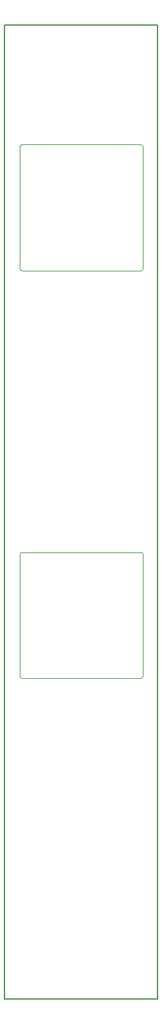
<source format=gbr>
%TF.GenerationSoftware,KiCad,Pcbnew,(6.0.11)*%
%TF.CreationDate,2023-01-29T15:19:43+00:00*%
%TF.ProjectId,Quadraphone_Breakout_Panel,51756164-7261-4706-986f-6e655f427265,rev?*%
%TF.SameCoordinates,Original*%
%TF.FileFunction,Profile,NP*%
%FSLAX46Y46*%
G04 Gerber Fmt 4.6, Leading zero omitted, Abs format (unit mm)*
G04 Created by KiCad (PCBNEW (6.0.11)) date 2023-01-29 15:19:43*
%MOMM*%
%LPD*%
G01*
G04 APERTURE LIST*
%TA.AperFunction,Profile*%
%ADD10C,0.200000*%
%TD*%
%TA.AperFunction,Profile*%
%ADD11C,0.120000*%
%TD*%
G04 APERTURE END LIST*
D10*
X69520000Y-40900000D02*
X69520000Y-169400000D01*
X49200000Y-40900000D02*
X69520000Y-40900000D01*
X49200000Y-169400000D02*
X69520000Y-169400000D01*
X49200000Y-40900000D02*
X49200000Y-169400000D01*
D11*
X51240000Y-56980000D02*
X51240000Y-73020000D01*
X67280000Y-73320000D02*
X51520000Y-73320000D01*
X67590000Y-56980000D02*
X67590000Y-73020000D01*
X67280000Y-56680000D02*
X51520000Y-56680000D01*
X51239999Y-73020000D02*
G75*
G03*
X51520000Y-73320000I291316J-8772D01*
G01*
X67590039Y-56979999D02*
G75*
G03*
X67280000Y-56680000I-306839J-6901D01*
G01*
X51520000Y-56679999D02*
G75*
G03*
X51240000Y-56980000I12375J-292217D01*
G01*
X67280001Y-73319990D02*
G75*
G03*
X67590000Y-73020000I17299J292290D01*
G01*
X67280000Y-110480000D02*
X51520000Y-110480000D01*
X67590000Y-110780000D02*
X67590000Y-126820000D01*
X67280000Y-127120000D02*
X51520000Y-127120000D01*
X51240000Y-110780000D02*
X51240000Y-126820000D01*
X67590039Y-110779999D02*
G75*
G03*
X67280000Y-110480000I-306839J-6901D01*
G01*
X51239999Y-126820000D02*
G75*
G03*
X51520000Y-127120000I291316J-8772D01*
G01*
X67280001Y-127119990D02*
G75*
G03*
X67590000Y-126820000I17299J292290D01*
G01*
X51520000Y-110479999D02*
G75*
G03*
X51240000Y-110780000I12375J-292217D01*
G01*
M02*

</source>
